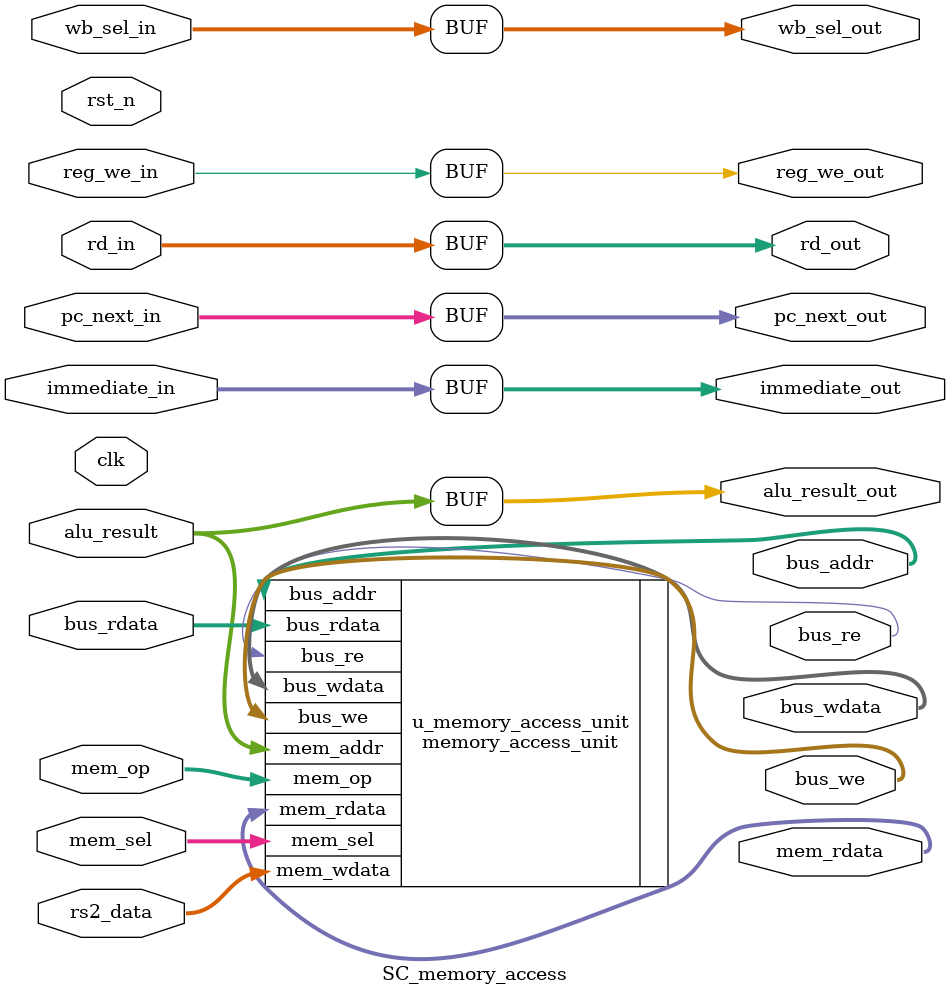
<source format=v>
module SC_memory_access(
        // * Clock Sync Signals Connection --------------------
        input wire clk,
        input wire rst_n,

        // * Internal Signals Connection --------------------
        // ----- Memory Controller -----
        input wire [1:0] mem_op,
        input wire [2:0] mem_sel,
        input wire [31:0] alu_result,
        input wire [31:0] rs2_data,
        output wire [31:0] mem_rdata,
        // ----- Previous Stage Signals -----
        input wire [1:0] wb_sel_in,
        output wire [1:0] wb_sel_out,
        output wire [31:0] alu_result_out,
        input wire [31:0] immediate_in,
        output wire [31:0] immediate_out,
        input wire [31:0] pc_next_in,
        output wire [31:0] pc_next_out,
        input wire [4:0] rd_in,
        output wire [4:0] rd_out,
        input wire reg_we_in,
        output wire reg_we_out,

        // * External Signals Connection --------------------
        output bus_re,
        output [3:0] bus_we,
        output [31:0] bus_addr,
        output [31:0] bus_wdata,
        input [31:0] bus_rdata
    );

    assign wb_sel_out = wb_sel_in;
    assign alu_result_out = alu_result;
    assign immediate_out = immediate_in;
    assign pc_next_out = pc_next_in;
    assign rd_out = rd_in;
    assign reg_we_out = reg_we_in;

    memory_access_unit
        u_memory_access_unit(
            .mem_op    	(mem_op     ),
            .mem_sel   	(mem_sel    ),
            .mem_addr  	(alu_result   ),
            .mem_wdata 	(rs2_data  ),
            .mem_rdata 	(mem_rdata  ),
            .bus_re    	(bus_re     ),
            .bus_we    	(bus_we     ),
            .bus_addr  	(bus_addr   ),
            .bus_wdata 	(bus_wdata  ),
            .bus_rdata 	(bus_rdata  )
        );

endmodule

</source>
